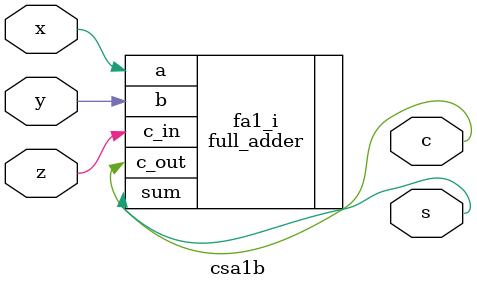
<source format=sv>
module csa1b
(
  input logic x,
  input logic y,
  input logic z,
  output logic s,
  output logic c
);
  
  full_adder fa1_i (
    .a(x),
	 .b(y),
	 .c_in(z),
	 .sum(s),
	 .c_out(c)
  );

endmodule

</source>
